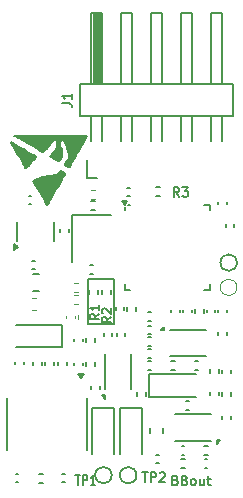
<source format=gbr>
%TF.GenerationSoftware,KiCad,Pcbnew,8.0.0*%
%TF.CreationDate,2024-03-06T14:13:33+03:00*%
%TF.ProjectId,micro17,6d696372-6f31-4372-9e6b-696361645f70,rev?*%
%TF.SameCoordinates,Original*%
%TF.FileFunction,Legend,Top*%
%TF.FilePolarity,Positive*%
%FSLAX46Y46*%
G04 Gerber Fmt 4.6, Leading zero omitted, Abs format (unit mm)*
G04 Created by KiCad (PCBNEW 8.0.0) date 2024-03-06 14:13:33*
%MOMM*%
%LPD*%
G01*
G04 APERTURE LIST*
%ADD10C,0.160000*%
%ADD11C,0.120000*%
%ADD12R,0.760000X6.000000*%
G04 APERTURE END LIST*
D10*
X187400000Y-62200000D02*
X189600000Y-62200000D01*
X189600000Y-66000000D02*
X187400000Y-66000000D01*
X189600000Y-62200000D02*
X189600000Y-66000000D01*
X187400000Y-66000000D02*
X187400000Y-62200000D01*
X194812405Y-79224727D02*
X194926691Y-79262822D01*
X194926691Y-79262822D02*
X194964786Y-79300918D01*
X194964786Y-79300918D02*
X195002882Y-79377108D01*
X195002882Y-79377108D02*
X195002882Y-79491394D01*
X195002882Y-79491394D02*
X194964786Y-79567584D01*
X194964786Y-79567584D02*
X194926691Y-79605680D01*
X194926691Y-79605680D02*
X194850501Y-79643775D01*
X194850501Y-79643775D02*
X194545739Y-79643775D01*
X194545739Y-79643775D02*
X194545739Y-78843775D01*
X194545739Y-78843775D02*
X194812405Y-78843775D01*
X194812405Y-78843775D02*
X194888596Y-78881870D01*
X194888596Y-78881870D02*
X194926691Y-78919965D01*
X194926691Y-78919965D02*
X194964786Y-78996156D01*
X194964786Y-78996156D02*
X194964786Y-79072346D01*
X194964786Y-79072346D02*
X194926691Y-79148537D01*
X194926691Y-79148537D02*
X194888596Y-79186632D01*
X194888596Y-79186632D02*
X194812405Y-79224727D01*
X194812405Y-79224727D02*
X194545739Y-79224727D01*
X195612405Y-79224727D02*
X195726691Y-79262822D01*
X195726691Y-79262822D02*
X195764786Y-79300918D01*
X195764786Y-79300918D02*
X195802882Y-79377108D01*
X195802882Y-79377108D02*
X195802882Y-79491394D01*
X195802882Y-79491394D02*
X195764786Y-79567584D01*
X195764786Y-79567584D02*
X195726691Y-79605680D01*
X195726691Y-79605680D02*
X195650501Y-79643775D01*
X195650501Y-79643775D02*
X195345739Y-79643775D01*
X195345739Y-79643775D02*
X195345739Y-78843775D01*
X195345739Y-78843775D02*
X195612405Y-78843775D01*
X195612405Y-78843775D02*
X195688596Y-78881870D01*
X195688596Y-78881870D02*
X195726691Y-78919965D01*
X195726691Y-78919965D02*
X195764786Y-78996156D01*
X195764786Y-78996156D02*
X195764786Y-79072346D01*
X195764786Y-79072346D02*
X195726691Y-79148537D01*
X195726691Y-79148537D02*
X195688596Y-79186632D01*
X195688596Y-79186632D02*
X195612405Y-79224727D01*
X195612405Y-79224727D02*
X195345739Y-79224727D01*
X196260024Y-79643775D02*
X196183834Y-79605680D01*
X196183834Y-79605680D02*
X196145739Y-79567584D01*
X196145739Y-79567584D02*
X196107643Y-79491394D01*
X196107643Y-79491394D02*
X196107643Y-79262822D01*
X196107643Y-79262822D02*
X196145739Y-79186632D01*
X196145739Y-79186632D02*
X196183834Y-79148537D01*
X196183834Y-79148537D02*
X196260024Y-79110441D01*
X196260024Y-79110441D02*
X196374310Y-79110441D01*
X196374310Y-79110441D02*
X196450501Y-79148537D01*
X196450501Y-79148537D02*
X196488596Y-79186632D01*
X196488596Y-79186632D02*
X196526691Y-79262822D01*
X196526691Y-79262822D02*
X196526691Y-79491394D01*
X196526691Y-79491394D02*
X196488596Y-79567584D01*
X196488596Y-79567584D02*
X196450501Y-79605680D01*
X196450501Y-79605680D02*
X196374310Y-79643775D01*
X196374310Y-79643775D02*
X196260024Y-79643775D01*
X197212406Y-79110441D02*
X197212406Y-79643775D01*
X196869549Y-79110441D02*
X196869549Y-79529489D01*
X196869549Y-79529489D02*
X196907644Y-79605680D01*
X196907644Y-79605680D02*
X196983834Y-79643775D01*
X196983834Y-79643775D02*
X197098120Y-79643775D01*
X197098120Y-79643775D02*
X197174311Y-79605680D01*
X197174311Y-79605680D02*
X197212406Y-79567584D01*
X197479073Y-79110441D02*
X197783835Y-79110441D01*
X197593359Y-78843775D02*
X197593359Y-79529489D01*
X197593359Y-79529489D02*
X197631454Y-79605680D01*
X197631454Y-79605680D02*
X197707644Y-79643775D01*
X197707644Y-79643775D02*
X197783835Y-79643775D01*
X188361775Y-65133332D02*
X187980822Y-65399999D01*
X188361775Y-65590475D02*
X187561775Y-65590475D01*
X187561775Y-65590475D02*
X187561775Y-65285713D01*
X187561775Y-65285713D02*
X187599870Y-65209523D01*
X187599870Y-65209523D02*
X187637965Y-65171428D01*
X187637965Y-65171428D02*
X187714156Y-65133332D01*
X187714156Y-65133332D02*
X187828441Y-65133332D01*
X187828441Y-65133332D02*
X187904632Y-65171428D01*
X187904632Y-65171428D02*
X187942727Y-65209523D01*
X187942727Y-65209523D02*
X187980822Y-65285713D01*
X187980822Y-65285713D02*
X187980822Y-65590475D01*
X188361775Y-64371428D02*
X188361775Y-64828571D01*
X188361775Y-64599999D02*
X187561775Y-64599999D01*
X187561775Y-64599999D02*
X187676060Y-64676190D01*
X187676060Y-64676190D02*
X187752251Y-64752380D01*
X187752251Y-64752380D02*
X187790346Y-64828571D01*
X191990476Y-78561775D02*
X192447619Y-78561775D01*
X192219047Y-79361775D02*
X192219047Y-78561775D01*
X192714286Y-79361775D02*
X192714286Y-78561775D01*
X192714286Y-78561775D02*
X193019048Y-78561775D01*
X193019048Y-78561775D02*
X193095238Y-78599870D01*
X193095238Y-78599870D02*
X193133333Y-78637965D01*
X193133333Y-78637965D02*
X193171429Y-78714156D01*
X193171429Y-78714156D02*
X193171429Y-78828441D01*
X193171429Y-78828441D02*
X193133333Y-78904632D01*
X193133333Y-78904632D02*
X193095238Y-78942727D01*
X193095238Y-78942727D02*
X193019048Y-78980822D01*
X193019048Y-78980822D02*
X192714286Y-78980822D01*
X193476190Y-78637965D02*
X193514286Y-78599870D01*
X193514286Y-78599870D02*
X193590476Y-78561775D01*
X193590476Y-78561775D02*
X193780952Y-78561775D01*
X193780952Y-78561775D02*
X193857143Y-78599870D01*
X193857143Y-78599870D02*
X193895238Y-78637965D01*
X193895238Y-78637965D02*
X193933333Y-78714156D01*
X193933333Y-78714156D02*
X193933333Y-78790346D01*
X193933333Y-78790346D02*
X193895238Y-78904632D01*
X193895238Y-78904632D02*
X193438095Y-79361775D01*
X193438095Y-79361775D02*
X193933333Y-79361775D01*
X195116667Y-55211775D02*
X194850000Y-54830822D01*
X194659524Y-55211775D02*
X194659524Y-54411775D01*
X194659524Y-54411775D02*
X194964286Y-54411775D01*
X194964286Y-54411775D02*
X195040476Y-54449870D01*
X195040476Y-54449870D02*
X195078571Y-54487965D01*
X195078571Y-54487965D02*
X195116667Y-54564156D01*
X195116667Y-54564156D02*
X195116667Y-54678441D01*
X195116667Y-54678441D02*
X195078571Y-54754632D01*
X195078571Y-54754632D02*
X195040476Y-54792727D01*
X195040476Y-54792727D02*
X194964286Y-54830822D01*
X194964286Y-54830822D02*
X194659524Y-54830822D01*
X195383333Y-54411775D02*
X195878571Y-54411775D01*
X195878571Y-54411775D02*
X195611905Y-54716537D01*
X195611905Y-54716537D02*
X195726190Y-54716537D01*
X195726190Y-54716537D02*
X195802381Y-54754632D01*
X195802381Y-54754632D02*
X195840476Y-54792727D01*
X195840476Y-54792727D02*
X195878571Y-54868918D01*
X195878571Y-54868918D02*
X195878571Y-55059394D01*
X195878571Y-55059394D02*
X195840476Y-55135584D01*
X195840476Y-55135584D02*
X195802381Y-55173680D01*
X195802381Y-55173680D02*
X195726190Y-55211775D01*
X195726190Y-55211775D02*
X195497619Y-55211775D01*
X195497619Y-55211775D02*
X195421428Y-55173680D01*
X195421428Y-55173680D02*
X195383333Y-55135584D01*
X185211775Y-47294166D02*
X185783203Y-47294166D01*
X185783203Y-47294166D02*
X185897489Y-47332261D01*
X185897489Y-47332261D02*
X185973680Y-47408452D01*
X185973680Y-47408452D02*
X186011775Y-47522737D01*
X186011775Y-47522737D02*
X186011775Y-47598928D01*
X186011775Y-46494166D02*
X186011775Y-46951309D01*
X186011775Y-46722737D02*
X185211775Y-46722737D01*
X185211775Y-46722737D02*
X185326060Y-46798928D01*
X185326060Y-46798928D02*
X185402251Y-46875118D01*
X185402251Y-46875118D02*
X185440346Y-46951309D01*
X186316666Y-78811775D02*
X186716666Y-78811775D01*
X186516666Y-79611775D02*
X186516666Y-78811775D01*
X186949999Y-79611775D02*
X186949999Y-78811775D01*
X186949999Y-78811775D02*
X187216666Y-78811775D01*
X187216666Y-78811775D02*
X187283333Y-78849870D01*
X187283333Y-78849870D02*
X187316666Y-78887965D01*
X187316666Y-78887965D02*
X187349999Y-78964156D01*
X187349999Y-78964156D02*
X187349999Y-79078441D01*
X187349999Y-79078441D02*
X187316666Y-79154632D01*
X187316666Y-79154632D02*
X187283333Y-79192727D01*
X187283333Y-79192727D02*
X187216666Y-79230822D01*
X187216666Y-79230822D02*
X186949999Y-79230822D01*
X188016666Y-79611775D02*
X187616666Y-79611775D01*
X187816666Y-79611775D02*
X187816666Y-78811775D01*
X187816666Y-78811775D02*
X187749999Y-78926060D01*
X187749999Y-78926060D02*
X187683333Y-79002251D01*
X187683333Y-79002251D02*
X187616666Y-79040346D01*
X189361775Y-65375000D02*
X188980822Y-65625000D01*
X189361775Y-65803571D02*
X188561775Y-65803571D01*
X188561775Y-65803571D02*
X188561775Y-65517857D01*
X188561775Y-65517857D02*
X188599870Y-65446428D01*
X188599870Y-65446428D02*
X188637965Y-65410714D01*
X188637965Y-65410714D02*
X188714156Y-65375000D01*
X188714156Y-65375000D02*
X188828441Y-65375000D01*
X188828441Y-65375000D02*
X188904632Y-65410714D01*
X188904632Y-65410714D02*
X188942727Y-65446428D01*
X188942727Y-65446428D02*
X188980822Y-65517857D01*
X188980822Y-65517857D02*
X188980822Y-65803571D01*
X188637965Y-65089285D02*
X188599870Y-65053571D01*
X188599870Y-65053571D02*
X188561775Y-64982143D01*
X188561775Y-64982143D02*
X188561775Y-64803571D01*
X188561775Y-64803571D02*
X188599870Y-64732143D01*
X188599870Y-64732143D02*
X188637965Y-64696428D01*
X188637965Y-64696428D02*
X188714156Y-64660714D01*
X188714156Y-64660714D02*
X188790346Y-64660714D01*
X188790346Y-64660714D02*
X188904632Y-64696428D01*
X188904632Y-64696428D02*
X189361775Y-65125000D01*
X189361775Y-65125000D02*
X189361775Y-64660714D01*
%TO.C,R13*%
X187220000Y-69221359D02*
X187220000Y-69528641D01*
X187980000Y-69221359D02*
X187980000Y-69528641D01*
%TO.C,C19*%
X192479664Y-66140000D02*
X192695336Y-66140000D01*
X192479664Y-66860000D02*
X192695336Y-66860000D01*
%TO.C,C31*%
X193377836Y-77061250D02*
X193162164Y-77061250D01*
X193377836Y-77781250D02*
X193162164Y-77781250D01*
D11*
%TO.C,R29*%
X187646359Y-54620000D02*
X187953641Y-54620000D01*
X187646359Y-55380000D02*
X187953641Y-55380000D01*
D10*
%TO.C,C28*%
X192590000Y-70265000D02*
X192590000Y-72135000D01*
X192590000Y-72135000D02*
X196500000Y-72135000D01*
X196500000Y-70265000D02*
X192590000Y-70265000D01*
%TO.C,C20*%
X198740000Y-70107836D02*
X198740000Y-69892164D01*
X199460000Y-70107836D02*
X199460000Y-69892164D01*
%TO.C,R1*%
X187520000Y-63146359D02*
X187520000Y-63453641D01*
X188280000Y-63146359D02*
X188280000Y-63453641D01*
%TO.C,R10*%
X192433859Y-67120000D02*
X192741141Y-67120000D01*
X192433859Y-67880000D02*
X192741141Y-67880000D01*
%TO.C,U2*%
X181390000Y-58200000D02*
X181390000Y-57400000D01*
X181390000Y-58200000D02*
X181390000Y-59000000D01*
X184510000Y-58200000D02*
X184510000Y-57400000D01*
X184510000Y-58200000D02*
X184510000Y-59000000D01*
X181440000Y-59500000D02*
X181110000Y-59740000D01*
X181110000Y-59260000D01*
X181440000Y-59500000D01*
G36*
X181440000Y-59500000D02*
G01*
X181110000Y-59740000D01*
X181110000Y-59260000D01*
X181440000Y-59500000D01*
G37*
%TO.C,R5*%
X196425000Y-65033641D02*
X196425000Y-64726359D01*
X197185000Y-65033641D02*
X197185000Y-64726359D01*
D11*
%TO.C,R27*%
X186520000Y-65246359D02*
X186520000Y-65553641D01*
X187280000Y-65246359D02*
X187280000Y-65553641D01*
D10*
%TO.C,R20*%
X192446359Y-69120000D02*
X192753641Y-69120000D01*
X192446359Y-69880000D02*
X192753641Y-69880000D01*
%TO.C,SYM1*%
X180879364Y-50607758D02*
X180918059Y-50629797D01*
X180979513Y-50665029D01*
X181061702Y-50712289D01*
X181162604Y-50770411D01*
X181280195Y-50838229D01*
X181412454Y-50914576D01*
X181557358Y-50998286D01*
X181712883Y-51088194D01*
X181877008Y-51183133D01*
X181939451Y-51219268D01*
X182106513Y-51315917D01*
X182265926Y-51408062D01*
X182415645Y-51494525D01*
X182553624Y-51574129D01*
X182677815Y-51645695D01*
X182786173Y-51708045D01*
X182876652Y-51760002D01*
X182947204Y-51800387D01*
X182995785Y-51828022D01*
X183020346Y-51841728D01*
X183022915Y-51843026D01*
X183015431Y-51854780D01*
X182989386Y-51886205D01*
X182947441Y-51934406D01*
X182892254Y-51996490D01*
X182826483Y-52069561D01*
X182752788Y-52150724D01*
X182673827Y-52237084D01*
X182592260Y-52325747D01*
X182510746Y-52413818D01*
X182431943Y-52498401D01*
X182358510Y-52576603D01*
X182293107Y-52645528D01*
X182238392Y-52702281D01*
X182197023Y-52743968D01*
X182182836Y-52757637D01*
X182135820Y-52801799D01*
X182112472Y-52765381D01*
X182101092Y-52746307D01*
X182075512Y-52702579D01*
X182036998Y-52636381D01*
X181986814Y-52549898D01*
X181926225Y-52445315D01*
X181856497Y-52324817D01*
X181778893Y-52190588D01*
X181694680Y-52044813D01*
X181605121Y-51889677D01*
X181513002Y-51730000D01*
X181418924Y-51566883D01*
X181328598Y-51410291D01*
X181243335Y-51262494D01*
X181164443Y-51125760D01*
X181093231Y-51002358D01*
X181031009Y-50894556D01*
X180979087Y-50804623D01*
X180938772Y-50734827D01*
X180911376Y-50687436D01*
X180898493Y-50665214D01*
X180877493Y-50627670D01*
X180866075Y-50604169D01*
X180865449Y-50600080D01*
X180879364Y-50607758D01*
G36*
X180879364Y-50607758D02*
G01*
X180918059Y-50629797D01*
X180979513Y-50665029D01*
X181061702Y-50712289D01*
X181162604Y-50770411D01*
X181280195Y-50838229D01*
X181412454Y-50914576D01*
X181557358Y-50998286D01*
X181712883Y-51088194D01*
X181877008Y-51183133D01*
X181939451Y-51219268D01*
X182106513Y-51315917D01*
X182265926Y-51408062D01*
X182415645Y-51494525D01*
X182553624Y-51574129D01*
X182677815Y-51645695D01*
X182786173Y-51708045D01*
X182876652Y-51760002D01*
X182947204Y-51800387D01*
X182995785Y-51828022D01*
X183020346Y-51841728D01*
X183022915Y-51843026D01*
X183015431Y-51854780D01*
X182989386Y-51886205D01*
X182947441Y-51934406D01*
X182892254Y-51996490D01*
X182826483Y-52069561D01*
X182752788Y-52150724D01*
X182673827Y-52237084D01*
X182592260Y-52325747D01*
X182510746Y-52413818D01*
X182431943Y-52498401D01*
X182358510Y-52576603D01*
X182293107Y-52645528D01*
X182238392Y-52702281D01*
X182197023Y-52743968D01*
X182182836Y-52757637D01*
X182135820Y-52801799D01*
X182112472Y-52765381D01*
X182101092Y-52746307D01*
X182075512Y-52702579D01*
X182036998Y-52636381D01*
X181986814Y-52549898D01*
X181926225Y-52445315D01*
X181856497Y-52324817D01*
X181778893Y-52190588D01*
X181694680Y-52044813D01*
X181605121Y-51889677D01*
X181513002Y-51730000D01*
X181418924Y-51566883D01*
X181328598Y-51410291D01*
X181243335Y-51262494D01*
X181164443Y-51125760D01*
X181093231Y-51002358D01*
X181031009Y-50894556D01*
X180979087Y-50804623D01*
X180938772Y-50734827D01*
X180911376Y-50687436D01*
X180898493Y-50665214D01*
X180877493Y-50627670D01*
X180866075Y-50604169D01*
X180865449Y-50600080D01*
X180879364Y-50607758D01*
G37*
X185126734Y-53061746D02*
X185175032Y-53086604D01*
X185244373Y-53126048D01*
X185292561Y-53154413D01*
X185364417Y-53198753D01*
X185420258Y-53236721D01*
X185456333Y-53265584D01*
X185468887Y-53282612D01*
X185468879Y-53282736D01*
X185461094Y-53298963D01*
X185439108Y-53339600D01*
X185404197Y-53402433D01*
X185357637Y-53485248D01*
X185300705Y-53585828D01*
X185234677Y-53701960D01*
X185160828Y-53831429D01*
X185080436Y-53972020D01*
X184994776Y-54121518D01*
X184905124Y-54277708D01*
X184812757Y-54438376D01*
X184718951Y-54601307D01*
X184624982Y-54764287D01*
X184532126Y-54925100D01*
X184441660Y-55081532D01*
X184354859Y-55231367D01*
X184273000Y-55372392D01*
X184197359Y-55502391D01*
X184129213Y-55619151D01*
X184069837Y-55720455D01*
X184020507Y-55804089D01*
X183982500Y-55867838D01*
X183957093Y-55909489D01*
X183945560Y-55926825D01*
X183945077Y-55927195D01*
X183935957Y-55914165D01*
X183912935Y-55876755D01*
X183877466Y-55817486D01*
X183831004Y-55738882D01*
X183775004Y-55643462D01*
X183710919Y-55533750D01*
X183640204Y-55412266D01*
X183564313Y-55281532D01*
X183484701Y-55144070D01*
X183402822Y-55002402D01*
X183320130Y-54859049D01*
X183238079Y-54716533D01*
X183158124Y-54577376D01*
X183081719Y-54444099D01*
X183010318Y-54319224D01*
X182945376Y-54205273D01*
X182888347Y-54104767D01*
X182840685Y-54020228D01*
X182803845Y-53954178D01*
X182779280Y-53909138D01*
X182768446Y-53887630D01*
X182768049Y-53886286D01*
X182781499Y-53868035D01*
X182818886Y-53840118D01*
X182875765Y-53805275D01*
X182947688Y-53766246D01*
X183022985Y-53729157D01*
X183125440Y-53684183D01*
X183233183Y-53643774D01*
X183349927Y-53607031D01*
X183479382Y-53573058D01*
X183625260Y-53540956D01*
X183791274Y-53509827D01*
X183981134Y-53478773D01*
X184177531Y-53449855D01*
X184348166Y-53424200D01*
X184491455Y-53398802D01*
X184610992Y-53372398D01*
X184710370Y-53343727D01*
X184793182Y-53311527D01*
X184863022Y-53274535D01*
X184923482Y-53231488D01*
X184978155Y-53181125D01*
X184995786Y-53162417D01*
X185034000Y-53118861D01*
X185062268Y-53083318D01*
X185075382Y-53062417D01*
X185075732Y-53060703D01*
X185080320Y-53050194D01*
X185096242Y-53050076D01*
X185126734Y-53061746D01*
G36*
X185126734Y-53061746D02*
G01*
X185175032Y-53086604D01*
X185244373Y-53126048D01*
X185292561Y-53154413D01*
X185364417Y-53198753D01*
X185420258Y-53236721D01*
X185456333Y-53265584D01*
X185468887Y-53282612D01*
X185468879Y-53282736D01*
X185461094Y-53298963D01*
X185439108Y-53339600D01*
X185404197Y-53402433D01*
X185357637Y-53485248D01*
X185300705Y-53585828D01*
X185234677Y-53701960D01*
X185160828Y-53831429D01*
X185080436Y-53972020D01*
X184994776Y-54121518D01*
X184905124Y-54277708D01*
X184812757Y-54438376D01*
X184718951Y-54601307D01*
X184624982Y-54764287D01*
X184532126Y-54925100D01*
X184441660Y-55081532D01*
X184354859Y-55231367D01*
X184273000Y-55372392D01*
X184197359Y-55502391D01*
X184129213Y-55619151D01*
X184069837Y-55720455D01*
X184020507Y-55804089D01*
X183982500Y-55867838D01*
X183957093Y-55909489D01*
X183945560Y-55926825D01*
X183945077Y-55927195D01*
X183935957Y-55914165D01*
X183912935Y-55876755D01*
X183877466Y-55817486D01*
X183831004Y-55738882D01*
X183775004Y-55643462D01*
X183710919Y-55533750D01*
X183640204Y-55412266D01*
X183564313Y-55281532D01*
X183484701Y-55144070D01*
X183402822Y-55002402D01*
X183320130Y-54859049D01*
X183238079Y-54716533D01*
X183158124Y-54577376D01*
X183081719Y-54444099D01*
X183010318Y-54319224D01*
X182945376Y-54205273D01*
X182888347Y-54104767D01*
X182840685Y-54020228D01*
X182803845Y-53954178D01*
X182779280Y-53909138D01*
X182768446Y-53887630D01*
X182768049Y-53886286D01*
X182781499Y-53868035D01*
X182818886Y-53840118D01*
X182875765Y-53805275D01*
X182947688Y-53766246D01*
X183022985Y-53729157D01*
X183125440Y-53684183D01*
X183233183Y-53643774D01*
X183349927Y-53607031D01*
X183479382Y-53573058D01*
X183625260Y-53540956D01*
X183791274Y-53509827D01*
X183981134Y-53478773D01*
X184177531Y-53449855D01*
X184348166Y-53424200D01*
X184491455Y-53398802D01*
X184610992Y-53372398D01*
X184710370Y-53343727D01*
X184793182Y-53311527D01*
X184863022Y-53274535D01*
X184923482Y-53231488D01*
X184978155Y-53181125D01*
X184995786Y-53162417D01*
X185034000Y-53118861D01*
X185062268Y-53083318D01*
X185075382Y-53062417D01*
X185075732Y-53060703D01*
X185080320Y-53050194D01*
X185096242Y-53050076D01*
X185126734Y-53061746D01*
G37*
X187129947Y-50425153D02*
X187083144Y-50506320D01*
X187022898Y-50610834D01*
X186951222Y-50735199D01*
X186870131Y-50875918D01*
X186781638Y-51029497D01*
X186687760Y-51192438D01*
X186590509Y-51361246D01*
X186491900Y-51532425D01*
X186393947Y-51702479D01*
X186369175Y-51745488D01*
X186278848Y-51902143D01*
X186192711Y-52051197D01*
X186112058Y-52190432D01*
X186038184Y-52317629D01*
X185972383Y-52430568D01*
X185915950Y-52527032D01*
X185870179Y-52604800D01*
X185836365Y-52661654D01*
X185815802Y-52695375D01*
X185810047Y-52703960D01*
X185797942Y-52710811D01*
X185777906Y-52708842D01*
X185745381Y-52696264D01*
X185695807Y-52671288D01*
X185624626Y-52632124D01*
X185619084Y-52629012D01*
X185553526Y-52591524D01*
X185498202Y-52558681D01*
X185458545Y-52533795D01*
X185439988Y-52520180D01*
X185439469Y-52519513D01*
X185443952Y-52500610D01*
X185464514Y-52458395D01*
X185499817Y-52395168D01*
X185548520Y-52313228D01*
X185609282Y-52214878D01*
X185680764Y-52102415D01*
X185698555Y-52074835D01*
X185744907Y-51998301D01*
X185778658Y-51932444D01*
X185796847Y-51883218D01*
X185798714Y-51873493D01*
X185797885Y-51830688D01*
X185788606Y-51762791D01*
X185772032Y-51674157D01*
X185749320Y-51569141D01*
X185721627Y-51452098D01*
X185690110Y-51327384D01*
X185655925Y-51199355D01*
X185620229Y-51072366D01*
X185584179Y-50950772D01*
X185548932Y-50838928D01*
X185515644Y-50741190D01*
X185485472Y-50661913D01*
X185464439Y-50614878D01*
X185439663Y-50564775D01*
X185416270Y-50516832D01*
X185415003Y-50514207D01*
X185376301Y-50465780D01*
X185319816Y-50433172D01*
X185254061Y-50417546D01*
X185187549Y-50420063D01*
X185128795Y-50441886D01*
X185095742Y-50470618D01*
X185048141Y-50549417D01*
X185013261Y-50647622D01*
X184994123Y-50755221D01*
X184991412Y-50816220D01*
X185002330Y-50930065D01*
X185034376Y-51024340D01*
X185089274Y-51103621D01*
X185106393Y-51121267D01*
X185157339Y-51170765D01*
X185160837Y-51520638D01*
X185164336Y-51870511D01*
X185075182Y-52005469D01*
X185033346Y-52066555D01*
X184993055Y-52121507D01*
X184960057Y-52162664D01*
X184945874Y-52177808D01*
X184905719Y-52215190D01*
X184851335Y-52185902D01*
X184816961Y-52164916D01*
X184798154Y-52148622D01*
X184796951Y-52145693D01*
X184784097Y-52133272D01*
X184762104Y-52124023D01*
X184740850Y-52115687D01*
X184708306Y-52099851D01*
X184661678Y-52074967D01*
X184598171Y-52039491D01*
X184514992Y-51991877D01*
X184409347Y-51930578D01*
X184351938Y-51897068D01*
X184284406Y-51856929D01*
X184240115Y-51828341D01*
X184215145Y-51807961D01*
X184205577Y-51792447D01*
X184207492Y-51778454D01*
X184209089Y-51775204D01*
X184224624Y-51754734D01*
X184257864Y-51716335D01*
X184304938Y-51664304D01*
X184361972Y-51602934D01*
X184411300Y-51550910D01*
X184524970Y-51427433D01*
X184613895Y-51320409D01*
X184678866Y-51228760D01*
X184720679Y-51151412D01*
X184734783Y-51112134D01*
X184740608Y-51077751D01*
X184746625Y-51019101D01*
X184752304Y-50942883D01*
X184757116Y-50855798D01*
X184759381Y-50800732D01*
X184762541Y-50705536D01*
X184763931Y-50635938D01*
X184763142Y-50586591D01*
X184759765Y-50552146D01*
X184753392Y-50527257D01*
X184743613Y-50506575D01*
X184735933Y-50493947D01*
X184691579Y-50445274D01*
X184634426Y-50411355D01*
X184574292Y-50396562D01*
X184529227Y-50401914D01*
X184488424Y-50425070D01*
X184437276Y-50466538D01*
X184382958Y-50519088D01*
X184332643Y-50575484D01*
X184293506Y-50628495D01*
X184279095Y-50654111D01*
X184257509Y-50689186D01*
X184218247Y-50742611D01*
X184164898Y-50810211D01*
X184101048Y-50887810D01*
X184030285Y-50971232D01*
X183956196Y-51056302D01*
X183882368Y-51138845D01*
X183812389Y-51214684D01*
X183749845Y-51279644D01*
X183700740Y-51327331D01*
X183646221Y-51374968D01*
X183600358Y-51410092D01*
X183568189Y-51429051D01*
X183557511Y-51431136D01*
X183541147Y-51422726D01*
X183500329Y-51400154D01*
X183437414Y-51364776D01*
X183354756Y-51317946D01*
X183254711Y-51261019D01*
X183139634Y-51195351D01*
X183011881Y-51122297D01*
X182873806Y-51043212D01*
X182727766Y-50959452D01*
X182576116Y-50872371D01*
X182421210Y-50783324D01*
X182265405Y-50693668D01*
X182111056Y-50604757D01*
X181960518Y-50517946D01*
X181816146Y-50434591D01*
X181680296Y-50356046D01*
X181555323Y-50283667D01*
X181443583Y-50218810D01*
X181347430Y-50162829D01*
X181269221Y-50117080D01*
X181211311Y-50082917D01*
X181176054Y-50061696D01*
X181165835Y-50055037D01*
X181179598Y-50053720D01*
X181222896Y-50052441D01*
X181294286Y-50051204D01*
X181392327Y-50050017D01*
X181515578Y-50048885D01*
X181662597Y-50047814D01*
X181831943Y-50046811D01*
X182022174Y-50045881D01*
X182231849Y-50045032D01*
X182459527Y-50044268D01*
X182703765Y-50043597D01*
X182963123Y-50043024D01*
X183236159Y-50042556D01*
X183521432Y-50042198D01*
X183817500Y-50041958D01*
X184122921Y-50041841D01*
X184251076Y-50041829D01*
X187351030Y-50041829D01*
X187129947Y-50425153D01*
G36*
X187129947Y-50425153D02*
G01*
X187083144Y-50506320D01*
X187022898Y-50610834D01*
X186951222Y-50735199D01*
X186870131Y-50875918D01*
X186781638Y-51029497D01*
X186687760Y-51192438D01*
X186590509Y-51361246D01*
X186491900Y-51532425D01*
X186393947Y-51702479D01*
X186369175Y-51745488D01*
X186278848Y-51902143D01*
X186192711Y-52051197D01*
X186112058Y-52190432D01*
X186038184Y-52317629D01*
X185972383Y-52430568D01*
X185915950Y-52527032D01*
X185870179Y-52604800D01*
X185836365Y-52661654D01*
X185815802Y-52695375D01*
X185810047Y-52703960D01*
X185797942Y-52710811D01*
X185777906Y-52708842D01*
X185745381Y-52696264D01*
X185695807Y-52671288D01*
X185624626Y-52632124D01*
X185619084Y-52629012D01*
X185553526Y-52591524D01*
X185498202Y-52558681D01*
X185458545Y-52533795D01*
X185439988Y-52520180D01*
X185439469Y-52519513D01*
X185443952Y-52500610D01*
X185464514Y-52458395D01*
X185499817Y-52395168D01*
X185548520Y-52313228D01*
X185609282Y-52214878D01*
X185680764Y-52102415D01*
X185698555Y-52074835D01*
X185744907Y-51998301D01*
X185778658Y-51932444D01*
X185796847Y-51883218D01*
X185798714Y-51873493D01*
X185797885Y-51830688D01*
X185788606Y-51762791D01*
X185772032Y-51674157D01*
X185749320Y-51569141D01*
X185721627Y-51452098D01*
X185690110Y-51327384D01*
X185655925Y-51199355D01*
X185620229Y-51072366D01*
X185584179Y-50950772D01*
X185548932Y-50838928D01*
X185515644Y-50741190D01*
X185485472Y-50661913D01*
X185464439Y-50614878D01*
X185439663Y-50564775D01*
X185416270Y-50516832D01*
X185415003Y-50514207D01*
X185376301Y-50465780D01*
X185319816Y-50433172D01*
X185254061Y-50417546D01*
X185187549Y-50420063D01*
X185128795Y-50441886D01*
X185095742Y-50470618D01*
X185048141Y-50549417D01*
X185013261Y-50647622D01*
X184994123Y-50755221D01*
X184991412Y-50816220D01*
X185002330Y-50930065D01*
X185034376Y-51024340D01*
X185089274Y-51103621D01*
X185106393Y-51121267D01*
X185157339Y-51170765D01*
X185160837Y-51520638D01*
X185164336Y-51870511D01*
X185075182Y-52005469D01*
X185033346Y-52066555D01*
X184993055Y-52121507D01*
X184960057Y-52162664D01*
X184945874Y-52177808D01*
X184905719Y-52215190D01*
X184851335Y-52185902D01*
X184816961Y-52164916D01*
X184798154Y-52148622D01*
X184796951Y-52145693D01*
X184784097Y-52133272D01*
X184762104Y-52124023D01*
X184740850Y-52115687D01*
X184708306Y-52099851D01*
X184661678Y-52074967D01*
X184598171Y-52039491D01*
X184514992Y-51991877D01*
X184409347Y-51930578D01*
X184351938Y-51897068D01*
X184284406Y-51856929D01*
X184240115Y-51828341D01*
X184215145Y-51807961D01*
X184205577Y-51792447D01*
X184207492Y-51778454D01*
X184209089Y-51775204D01*
X184224624Y-51754734D01*
X184257864Y-51716335D01*
X184304938Y-51664304D01*
X184361972Y-51602934D01*
X184411300Y-51550910D01*
X184524970Y-51427433D01*
X184613895Y-51320409D01*
X184678866Y-51228760D01*
X184720679Y-51151412D01*
X184734783Y-51112134D01*
X184740608Y-51077751D01*
X184746625Y-51019101D01*
X184752304Y-50942883D01*
X184757116Y-50855798D01*
X184759381Y-50800732D01*
X184762541Y-50705536D01*
X184763931Y-50635938D01*
X184763142Y-50586591D01*
X184759765Y-50552146D01*
X184753392Y-50527257D01*
X184743613Y-50506575D01*
X184735933Y-50493947D01*
X184691579Y-50445274D01*
X184634426Y-50411355D01*
X184574292Y-50396562D01*
X184529227Y-50401914D01*
X184488424Y-50425070D01*
X184437276Y-50466538D01*
X184382958Y-50519088D01*
X184332643Y-50575484D01*
X184293506Y-50628495D01*
X184279095Y-50654111D01*
X184257509Y-50689186D01*
X184218247Y-50742611D01*
X184164898Y-50810211D01*
X184101048Y-50887810D01*
X184030285Y-50971232D01*
X183956196Y-51056302D01*
X183882368Y-51138845D01*
X183812389Y-51214684D01*
X183749845Y-51279644D01*
X183700740Y-51327331D01*
X183646221Y-51374968D01*
X183600358Y-51410092D01*
X183568189Y-51429051D01*
X183557511Y-51431136D01*
X183541147Y-51422726D01*
X183500329Y-51400154D01*
X183437414Y-51364776D01*
X183354756Y-51317946D01*
X183254711Y-51261019D01*
X183139634Y-51195351D01*
X183011881Y-51122297D01*
X182873806Y-51043212D01*
X182727766Y-50959452D01*
X182576116Y-50872371D01*
X182421210Y-50783324D01*
X182265405Y-50693668D01*
X182111056Y-50604757D01*
X181960518Y-50517946D01*
X181816146Y-50434591D01*
X181680296Y-50356046D01*
X181555323Y-50283667D01*
X181443583Y-50218810D01*
X181347430Y-50162829D01*
X181269221Y-50117080D01*
X181211311Y-50082917D01*
X181176054Y-50061696D01*
X181165835Y-50055037D01*
X181179598Y-50053720D01*
X181222896Y-50052441D01*
X181294286Y-50051204D01*
X181392327Y-50050017D01*
X181515578Y-50048885D01*
X181662597Y-50047814D01*
X181831943Y-50046811D01*
X182022174Y-50045881D01*
X182231849Y-50045032D01*
X182459527Y-50044268D01*
X182703765Y-50043597D01*
X182963123Y-50043024D01*
X183236159Y-50042556D01*
X183521432Y-50042198D01*
X183817500Y-50041958D01*
X184122921Y-50041841D01*
X184251076Y-50041829D01*
X187351030Y-50041829D01*
X187129947Y-50425153D01*
G37*
%TO.C,R16*%
X183578641Y-78657500D02*
X183271359Y-78657500D01*
X183578641Y-79417500D02*
X183271359Y-79417500D01*
%TO.C,R9*%
X198720000Y-72053641D02*
X198720000Y-71746359D01*
X199480000Y-72053641D02*
X199480000Y-71746359D01*
%TO.C,R4*%
X187646359Y-55620000D02*
X187953641Y-55620000D01*
X187646359Y-56380000D02*
X187953641Y-56380000D01*
%TO.C,C17*%
X192707836Y-68140000D02*
X192492164Y-68140000D01*
X192707836Y-68860000D02*
X192492164Y-68860000D01*
%TO.C,C7*%
X197447500Y-64772164D02*
X197447500Y-64987836D01*
X198167500Y-64772164D02*
X198167500Y-64987836D01*
%TO.C,C34*%
X190065000Y-73090000D02*
X190065000Y-77000000D01*
X191935000Y-73090000D02*
X190065000Y-73090000D01*
X191935000Y-77000000D02*
X191935000Y-73090000D01*
%TO.C,C13*%
X182652164Y-60640000D02*
X182867836Y-60640000D01*
X182652164Y-61360000D02*
X182867836Y-61360000D01*
%TO.C,R21*%
X194446359Y-69120000D02*
X194753641Y-69120000D01*
X194446359Y-69880000D02*
X194753641Y-69880000D01*
%TO.C,TP2*%
X191500000Y-78800000D02*
G75*
G02*
X190100000Y-78800000I-700000J0D01*
G01*
X190100000Y-78800000D02*
G75*
G02*
X191500000Y-78800000I700000J0D01*
G01*
%TO.C,C24*%
X186240000Y-69472836D02*
X186240000Y-69257164D01*
X186960000Y-69472836D02*
X186960000Y-69257164D01*
%TO.C,R24*%
X192677500Y-75258508D02*
X192677500Y-74783992D01*
X193722500Y-75258508D02*
X193722500Y-74783992D01*
D11*
%TO.C,C12*%
X185540000Y-65292164D02*
X185540000Y-65507836D01*
X186260000Y-65292164D02*
X186260000Y-65507836D01*
D10*
%TO.C,R14*%
X187620000Y-71221359D02*
X187620000Y-71528641D01*
X188380000Y-71221359D02*
X188380000Y-71528641D01*
%TO.C,R8*%
X192446359Y-65020000D02*
X192753641Y-65020000D01*
X192446359Y-65780000D02*
X192753641Y-65780000D01*
%TO.C,R3*%
X193453641Y-54420000D02*
X193146359Y-54420000D01*
X193453641Y-55180000D02*
X193146359Y-55180000D01*
%TO.C,R11*%
X197720000Y-70153641D02*
X197720000Y-69846359D01*
X198480000Y-70153641D02*
X198480000Y-69846359D01*
%TO.C,C26*%
X181300000Y-67935000D02*
X185210000Y-67935000D01*
X185210000Y-66065000D02*
X181300000Y-66065000D01*
X185210000Y-67935000D02*
X185210000Y-66065000D01*
%TO.C,C27*%
X187765000Y-73090000D02*
X187765000Y-77000000D01*
X189635000Y-73090000D02*
X187765000Y-73090000D01*
X189635000Y-77000000D02*
X189635000Y-73090000D01*
%TO.C,C32*%
X195692164Y-72540000D02*
X195907836Y-72540000D01*
X195692164Y-73260000D02*
X195907836Y-73260000D01*
%TO.C,C23*%
X181240000Y-69407836D02*
X181240000Y-69192164D01*
X181960000Y-69407836D02*
X181960000Y-69192164D01*
%TO.C,C30*%
X198440000Y-66907836D02*
X198440000Y-66692164D01*
X199160000Y-66907836D02*
X199160000Y-66692164D01*
%TO.C,R17*%
X191520000Y-72053641D02*
X191520000Y-71746359D01*
X192280000Y-72053641D02*
X192280000Y-71746359D01*
%TO.C,U6*%
X194350000Y-66490000D02*
X197350000Y-66490000D01*
X194350000Y-68710000D02*
X197350000Y-68710000D01*
X193840000Y-66510000D02*
X193560000Y-66510000D01*
X193840000Y-66230000D01*
X193840000Y-66510000D01*
G36*
X193840000Y-66510000D02*
G01*
X193560000Y-66510000D01*
X193840000Y-66230000D01*
X193840000Y-66510000D01*
G37*
%TO.C,R22*%
X197553641Y-76332500D02*
X197246359Y-76332500D01*
X197553641Y-77092500D02*
X197246359Y-77092500D01*
%TO.C,J1*%
X186730000Y-45652500D02*
X199670000Y-45652500D01*
X186730000Y-48392500D02*
X186730000Y-45652500D01*
X187300000Y-53642500D02*
X187300000Y-52072500D01*
X187680000Y-39652500D02*
X188560000Y-39652500D01*
X187680000Y-45652500D02*
X187680000Y-39652500D01*
X187680000Y-50502500D02*
X187680000Y-48392500D01*
X188120000Y-53642500D02*
X187300000Y-53642500D01*
X188560000Y-39652500D02*
X188560000Y-45652500D01*
X188560000Y-50502500D02*
X188560000Y-48392500D01*
X190220000Y-39652500D02*
X191100000Y-39652500D01*
X190220000Y-45652500D02*
X190220000Y-39652500D01*
X190220000Y-50502500D02*
X190220000Y-48392500D01*
X191100000Y-39652500D02*
X191100000Y-45652500D01*
X191100000Y-50502500D02*
X191100000Y-48392500D01*
X192760000Y-39652500D02*
X193640000Y-39652500D01*
X192760000Y-45652500D02*
X192760000Y-39652500D01*
X192760000Y-50502500D02*
X192760000Y-48392500D01*
X193640000Y-39652500D02*
X193640000Y-45652500D01*
X193640000Y-50502500D02*
X193640000Y-48392500D01*
X195300000Y-39652500D02*
X196180000Y-39652500D01*
X195300000Y-45652500D02*
X195300000Y-39652500D01*
X195300000Y-50502500D02*
X195300000Y-48392500D01*
X196180000Y-39652500D02*
X196180000Y-45652500D01*
X196180000Y-50502500D02*
X196180000Y-48392500D01*
X197840000Y-39652500D02*
X198720000Y-39652500D01*
X197840000Y-45652500D02*
X197840000Y-39652500D01*
X197840000Y-50502500D02*
X197840000Y-48392500D01*
X198720000Y-39652500D02*
X198720000Y-45652500D01*
X198720000Y-50502500D02*
X198720000Y-48392500D01*
X199670000Y-45652500D02*
X199670000Y-48392500D01*
X199670000Y-48392500D02*
X186730000Y-48392500D01*
%TO.C,C3*%
X198440000Y-55870336D02*
X198440000Y-55654664D01*
X199160000Y-55870336D02*
X199160000Y-55654664D01*
%TO.C,C29*%
X197292164Y-77452500D02*
X197507836Y-77452500D01*
X197292164Y-78172500D02*
X197507836Y-78172500D01*
%TO.C,C2*%
X187807836Y-61040000D02*
X187592164Y-61040000D01*
X187807836Y-61760000D02*
X187592164Y-61760000D01*
%TO.C,U5*%
X180515000Y-74437500D02*
X180515000Y-72237500D01*
X180515000Y-74437500D02*
X180515000Y-76637500D01*
X187285000Y-74437500D02*
X187285000Y-72237500D01*
X187285000Y-74437500D02*
X187285000Y-76637500D01*
X186825000Y-70577500D02*
X186585000Y-70247500D01*
X187065000Y-70247500D01*
X186825000Y-70577500D01*
G36*
X186825000Y-70577500D02*
G01*
X186585000Y-70247500D01*
X187065000Y-70247500D01*
X186825000Y-70577500D01*
G37*
%TO.C,U4*%
X188827500Y-71537500D02*
X188827500Y-68537500D01*
X191047500Y-71537500D02*
X191047500Y-68537500D01*
X188847500Y-72327500D02*
X188567500Y-72047500D01*
X188847500Y-72047500D01*
X188847500Y-72327500D01*
G36*
X188847500Y-72327500D02*
G01*
X188567500Y-72047500D01*
X188847500Y-72047500D01*
X188847500Y-72327500D01*
G37*
%TO.C,C6*%
X199040000Y-57554664D02*
X199040000Y-57770336D01*
X199760000Y-57554664D02*
X199760000Y-57770336D01*
%TO.C,U7*%
X197800000Y-73640000D02*
X194800000Y-73640000D01*
X197800000Y-75860000D02*
X194800000Y-75860000D01*
X198310000Y-76120000D02*
X198310000Y-75840000D01*
X198590000Y-75840000D01*
X198310000Y-76120000D01*
G36*
X198310000Y-76120000D02*
G01*
X198310000Y-75840000D01*
X198590000Y-75840000D01*
X198310000Y-76120000D01*
G37*
%TO.C,C10*%
X182738748Y-61765000D02*
X183261252Y-61765000D01*
X182738748Y-63235000D02*
X183261252Y-63235000D01*
D11*
%TO.C,R28*%
X186553641Y-62520000D02*
X186246359Y-62520000D01*
X186553641Y-63280000D02*
X186246359Y-63280000D01*
D10*
%TO.C,C18*%
X196707836Y-69140000D02*
X196492164Y-69140000D01*
X196707836Y-69860000D02*
X196492164Y-69860000D01*
D11*
%TO.C,R26*%
X186553641Y-63526666D02*
X186246359Y-63526666D01*
X186553641Y-64286666D02*
X186246359Y-64286666D01*
D10*
%TO.C,U1*%
X190490000Y-56365000D02*
X190490000Y-56130000D01*
X190490000Y-63110000D02*
X190490000Y-62635000D01*
X190965000Y-55890000D02*
X190790000Y-55890000D01*
X190965000Y-63110000D02*
X190490000Y-63110000D01*
X197235000Y-55890000D02*
X197710000Y-55890000D01*
X197235000Y-63110000D02*
X197710000Y-63110000D01*
X197710000Y-55890000D02*
X197710000Y-56365000D01*
X197710000Y-63110000D02*
X197710000Y-62635000D01*
X190490000Y-55890000D02*
X190250000Y-55560000D01*
X190730000Y-55560000D01*
X190490000Y-55890000D01*
G36*
X190490000Y-55890000D02*
G01*
X190250000Y-55560000D01*
X190730000Y-55560000D01*
X190490000Y-55890000D01*
G37*
%TO.C,R23*%
X195603641Y-77432500D02*
X195296359Y-77432500D01*
X195603641Y-78192500D02*
X195296359Y-78192500D01*
%TO.C,C8*%
X194450000Y-64772164D02*
X194450000Y-64987836D01*
X195170000Y-64772164D02*
X195170000Y-64987836D01*
%TO.C,C16*%
X189840000Y-66982836D02*
X189840000Y-66767164D01*
X190560000Y-66982836D02*
X190560000Y-66767164D01*
%TO.C,C21*%
X186240000Y-67257164D02*
X186240000Y-67472836D01*
X186960000Y-67257164D02*
X186960000Y-67472836D01*
%TO.C,C9*%
X195442500Y-64987836D02*
X195442500Y-64772164D01*
X196162500Y-64987836D02*
X196162500Y-64772164D01*
%TO.C,C14*%
X189740000Y-64807836D02*
X189740000Y-64592164D01*
X190460000Y-64807836D02*
X190460000Y-64592164D01*
%TO.C,C22*%
X181507836Y-78677500D02*
X181292164Y-78677500D01*
X181507836Y-79397500D02*
X181292164Y-79397500D01*
%TO.C,R12*%
X187220000Y-67221359D02*
X187220000Y-67528641D01*
X187980000Y-67221359D02*
X187980000Y-67528641D01*
D11*
%TO.C,FB1*%
X182628733Y-63790000D02*
X182971267Y-63790000D01*
X182628733Y-64810000D02*
X182971267Y-64810000D01*
D10*
%TO.C,C35*%
X188740000Y-66982836D02*
X188740000Y-66767164D01*
X189460000Y-66982836D02*
X189460000Y-66767164D01*
D11*
%TO.C,TP14*%
X200000000Y-62900000D02*
G75*
G02*
X198600000Y-62900000I-700000J0D01*
G01*
X198600000Y-62900000D02*
G75*
G02*
X200000000Y-62900000I700000J0D01*
G01*
D10*
%TO.C,C4*%
X190907836Y-54440000D02*
X190692164Y-54440000D01*
X190907836Y-55160000D02*
X190692164Y-55160000D01*
%TO.C,Y1*%
X186050000Y-56750000D02*
X186050000Y-60750000D01*
X189350000Y-56750000D02*
X186050000Y-56750000D01*
%TO.C,R15*%
X184820000Y-69491141D02*
X184820000Y-69183859D01*
X185580000Y-69491141D02*
X185580000Y-69183859D01*
%TO.C,TP12*%
X200000000Y-60800000D02*
G75*
G02*
X198600000Y-60800000I-700000J0D01*
G01*
X198600000Y-60800000D02*
G75*
G02*
X200000000Y-60800000I700000J0D01*
G01*
%TO.C,TP1*%
X189400000Y-78800000D02*
G75*
G02*
X188000000Y-78800000I-700000J0D01*
G01*
X188000000Y-78800000D02*
G75*
G02*
X189400000Y-78800000I700000J0D01*
G01*
%TO.C,R19*%
X182745000Y-69183859D02*
X182745000Y-69491141D01*
X183505000Y-69183859D02*
X183505000Y-69491141D01*
%TO.C,R18*%
X183745000Y-69183859D02*
X183745000Y-69491141D01*
X184505000Y-69183859D02*
X184505000Y-69491141D01*
%TO.C,C5*%
X198440000Y-64772164D02*
X198440000Y-64987836D01*
X199160000Y-64772164D02*
X199160000Y-64987836D01*
%TO.C,C1*%
X185040000Y-57992164D02*
X185040000Y-58207836D01*
X185760000Y-57992164D02*
X185760000Y-58207836D01*
%TO.C,R2*%
X188620000Y-63453641D02*
X188620000Y-63146359D01*
X189380000Y-63453641D02*
X189380000Y-63146359D01*
%TO.C,C11*%
X182372164Y-55140000D02*
X182587836Y-55140000D01*
X182372164Y-55860000D02*
X182587836Y-55860000D01*
%TO.C,C33*%
X195342164Y-76352500D02*
X195557836Y-76352500D01*
X195342164Y-77072500D02*
X195557836Y-77072500D01*
%TO.C,R6*%
X190720000Y-64546359D02*
X190720000Y-64853641D01*
X191480000Y-64546359D02*
X191480000Y-64853641D01*
%TO.C,C15*%
X197740000Y-72007836D02*
X197740000Y-71792164D01*
X198460000Y-72007836D02*
X198460000Y-71792164D01*
%TO.C,R7*%
X198770000Y-74053641D02*
X198770000Y-73746359D01*
X199530000Y-74053641D02*
X199530000Y-73746359D01*
%TO.C,C25*%
X185217164Y-78677500D02*
X185432836Y-78677500D01*
X185217164Y-79397500D02*
X185432836Y-79397500D01*
%TD*%
D12*
%TO.C,J1*%
X188120000Y-42652500D03*
%TD*%
M02*

</source>
